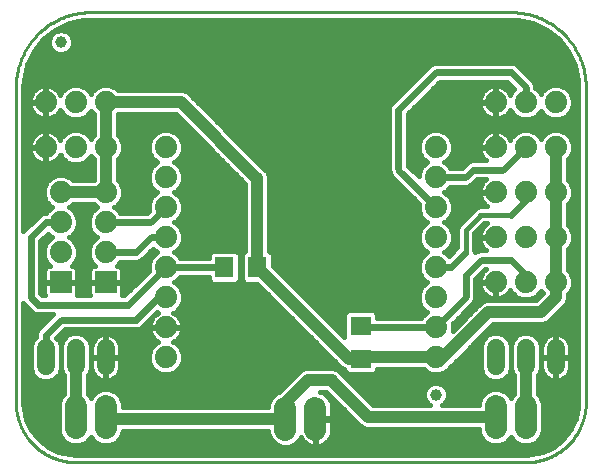
<source format=gtl>
G75*
%MOIN*%
%OFA0B0*%
%FSLAX25Y25*%
%IPPOS*%
%LPD*%
%AMOC8*
5,1,8,0,0,1.08239X$1,22.5*
%
%ADD10C,0.01000*%
%ADD11C,0.07400*%
%ADD12R,0.07400X0.07400*%
%ADD13R,0.06299X0.07087*%
%ADD14C,0.07400*%
%ADD15C,0.06000*%
%ADD16R,0.07087X0.06299*%
%ADD17C,0.03937*%
%ADD18C,0.01600*%
%ADD19C,0.03200*%
%ADD20C,0.04000*%
%ADD21C,0.02400*%
D10*
X0021800Y0011250D02*
X0171800Y0011250D01*
X0172283Y0011256D01*
X0172766Y0011273D01*
X0173249Y0011303D01*
X0173730Y0011343D01*
X0174211Y0011396D01*
X0174690Y0011460D01*
X0175167Y0011535D01*
X0175643Y0011623D01*
X0176116Y0011721D01*
X0176586Y0011831D01*
X0177054Y0011952D01*
X0177519Y0012085D01*
X0177980Y0012229D01*
X0178438Y0012384D01*
X0178892Y0012550D01*
X0179342Y0012727D01*
X0179787Y0012914D01*
X0180228Y0013113D01*
X0180664Y0013321D01*
X0181094Y0013541D01*
X0181520Y0013771D01*
X0181939Y0014011D01*
X0182353Y0014261D01*
X0182760Y0014521D01*
X0183161Y0014790D01*
X0183556Y0015070D01*
X0183943Y0015358D01*
X0184324Y0015657D01*
X0184697Y0015964D01*
X0185062Y0016280D01*
X0185420Y0016605D01*
X0185770Y0016938D01*
X0186112Y0017280D01*
X0186445Y0017630D01*
X0186770Y0017988D01*
X0187086Y0018353D01*
X0187393Y0018726D01*
X0187692Y0019107D01*
X0187980Y0019494D01*
X0188260Y0019889D01*
X0188529Y0020290D01*
X0188789Y0020697D01*
X0189039Y0021111D01*
X0189279Y0021530D01*
X0189509Y0021956D01*
X0189729Y0022386D01*
X0189937Y0022822D01*
X0190136Y0023263D01*
X0190323Y0023708D01*
X0190500Y0024158D01*
X0190666Y0024612D01*
X0190821Y0025070D01*
X0190965Y0025531D01*
X0191098Y0025996D01*
X0191219Y0026464D01*
X0191329Y0026934D01*
X0191427Y0027407D01*
X0191515Y0027883D01*
X0191590Y0028360D01*
X0191654Y0028839D01*
X0191707Y0029320D01*
X0191747Y0029801D01*
X0191777Y0030284D01*
X0191794Y0030767D01*
X0191800Y0031250D01*
X0191800Y0136250D01*
X0191793Y0136854D01*
X0191771Y0137458D01*
X0191734Y0138061D01*
X0191683Y0138663D01*
X0191618Y0139263D01*
X0191538Y0139862D01*
X0191443Y0140459D01*
X0191334Y0141053D01*
X0191211Y0141645D01*
X0191074Y0142233D01*
X0190922Y0142818D01*
X0190756Y0143399D01*
X0190576Y0143975D01*
X0190383Y0144548D01*
X0190175Y0145115D01*
X0189954Y0145677D01*
X0189720Y0146234D01*
X0189472Y0146785D01*
X0189211Y0147330D01*
X0188936Y0147868D01*
X0188649Y0148400D01*
X0188349Y0148924D01*
X0188037Y0149441D01*
X0187712Y0149950D01*
X0187375Y0150452D01*
X0187025Y0150945D01*
X0186664Y0151429D01*
X0186292Y0151905D01*
X0185908Y0152371D01*
X0185513Y0152828D01*
X0185107Y0153275D01*
X0184690Y0153713D01*
X0184263Y0154140D01*
X0183825Y0154557D01*
X0183378Y0154963D01*
X0182921Y0155358D01*
X0182455Y0155742D01*
X0181979Y0156114D01*
X0181495Y0156475D01*
X0181002Y0156825D01*
X0180500Y0157162D01*
X0179991Y0157487D01*
X0179474Y0157799D01*
X0178950Y0158099D01*
X0178418Y0158386D01*
X0177880Y0158661D01*
X0177335Y0158922D01*
X0176784Y0159170D01*
X0176227Y0159404D01*
X0175665Y0159625D01*
X0175098Y0159833D01*
X0174525Y0160026D01*
X0173949Y0160206D01*
X0173368Y0160372D01*
X0172783Y0160524D01*
X0172195Y0160661D01*
X0171603Y0160784D01*
X0171009Y0160893D01*
X0170412Y0160988D01*
X0169813Y0161068D01*
X0169213Y0161133D01*
X0168611Y0161184D01*
X0168008Y0161221D01*
X0167404Y0161243D01*
X0166800Y0161250D01*
X0026800Y0161250D01*
X0026196Y0161243D01*
X0025592Y0161221D01*
X0024989Y0161184D01*
X0024387Y0161133D01*
X0023787Y0161068D01*
X0023188Y0160988D01*
X0022591Y0160893D01*
X0021997Y0160784D01*
X0021405Y0160661D01*
X0020817Y0160524D01*
X0020232Y0160372D01*
X0019651Y0160206D01*
X0019075Y0160026D01*
X0018502Y0159833D01*
X0017935Y0159625D01*
X0017373Y0159404D01*
X0016816Y0159170D01*
X0016265Y0158922D01*
X0015720Y0158661D01*
X0015182Y0158386D01*
X0014650Y0158099D01*
X0014126Y0157799D01*
X0013609Y0157487D01*
X0013100Y0157162D01*
X0012598Y0156825D01*
X0012105Y0156475D01*
X0011621Y0156114D01*
X0011145Y0155742D01*
X0010679Y0155358D01*
X0010222Y0154963D01*
X0009775Y0154557D01*
X0009337Y0154140D01*
X0008910Y0153713D01*
X0008493Y0153275D01*
X0008087Y0152828D01*
X0007692Y0152371D01*
X0007308Y0151905D01*
X0006936Y0151429D01*
X0006575Y0150945D01*
X0006225Y0150452D01*
X0005888Y0149950D01*
X0005563Y0149441D01*
X0005251Y0148924D01*
X0004951Y0148400D01*
X0004664Y0147868D01*
X0004389Y0147330D01*
X0004128Y0146785D01*
X0003880Y0146234D01*
X0003646Y0145677D01*
X0003425Y0145115D01*
X0003217Y0144548D01*
X0003024Y0143975D01*
X0002844Y0143399D01*
X0002678Y0142818D01*
X0002526Y0142233D01*
X0002389Y0141645D01*
X0002266Y0141053D01*
X0002157Y0140459D01*
X0002062Y0139862D01*
X0001982Y0139263D01*
X0001917Y0138663D01*
X0001866Y0138061D01*
X0001829Y0137458D01*
X0001807Y0136854D01*
X0001800Y0136250D01*
X0001800Y0031250D01*
X0001806Y0030767D01*
X0001823Y0030284D01*
X0001853Y0029801D01*
X0001893Y0029320D01*
X0001946Y0028839D01*
X0002010Y0028360D01*
X0002085Y0027883D01*
X0002173Y0027407D01*
X0002271Y0026934D01*
X0002381Y0026464D01*
X0002502Y0025996D01*
X0002635Y0025531D01*
X0002779Y0025070D01*
X0002934Y0024612D01*
X0003100Y0024158D01*
X0003277Y0023708D01*
X0003464Y0023263D01*
X0003663Y0022822D01*
X0003871Y0022386D01*
X0004091Y0021956D01*
X0004321Y0021530D01*
X0004561Y0021111D01*
X0004811Y0020697D01*
X0005071Y0020290D01*
X0005340Y0019889D01*
X0005620Y0019494D01*
X0005908Y0019107D01*
X0006207Y0018726D01*
X0006514Y0018353D01*
X0006830Y0017988D01*
X0007155Y0017630D01*
X0007488Y0017280D01*
X0007830Y0016938D01*
X0008180Y0016605D01*
X0008538Y0016280D01*
X0008903Y0015964D01*
X0009276Y0015657D01*
X0009657Y0015358D01*
X0010044Y0015070D01*
X0010439Y0014790D01*
X0010840Y0014521D01*
X0011247Y0014261D01*
X0011661Y0014011D01*
X0012080Y0013771D01*
X0012506Y0013541D01*
X0012936Y0013321D01*
X0013372Y0013113D01*
X0013813Y0012914D01*
X0014258Y0012727D01*
X0014708Y0012550D01*
X0015162Y0012384D01*
X0015620Y0012229D01*
X0016081Y0012085D01*
X0016546Y0011952D01*
X0017014Y0011831D01*
X0017484Y0011721D01*
X0017957Y0011623D01*
X0018433Y0011535D01*
X0018910Y0011460D01*
X0019389Y0011396D01*
X0019870Y0011343D01*
X0020351Y0011303D01*
X0020834Y0011273D01*
X0021317Y0011256D01*
X0021800Y0011250D01*
D11*
X0051800Y0046250D03*
X0051800Y0056250D03*
X0051800Y0066250D03*
X0051800Y0076250D03*
X0051800Y0086250D03*
X0051800Y0096250D03*
X0051800Y0106250D03*
X0051800Y0116250D03*
X0031800Y0116250D03*
X0021800Y0116250D03*
X0011800Y0116250D03*
X0011800Y0131250D03*
X0021800Y0131250D03*
X0031800Y0131250D03*
X0031800Y0101250D03*
X0031800Y0091250D03*
X0031800Y0081250D03*
X0016800Y0081250D03*
X0016800Y0091250D03*
X0016800Y0101250D03*
X0141800Y0096250D03*
X0141800Y0106250D03*
X0141800Y0116250D03*
X0161800Y0116250D03*
X0171800Y0116250D03*
X0181800Y0116250D03*
X0181800Y0101250D03*
X0171800Y0101250D03*
X0161800Y0101250D03*
X0161800Y0086250D03*
X0171800Y0086250D03*
X0181800Y0086250D03*
X0181800Y0071250D03*
X0171800Y0071250D03*
X0161800Y0071250D03*
X0141800Y0066250D03*
X0141800Y0056250D03*
X0141800Y0046250D03*
X0141800Y0076250D03*
X0141800Y0086250D03*
X0161800Y0131250D03*
X0171800Y0131250D03*
X0181800Y0131250D03*
D12*
X0031800Y0071250D03*
X0016800Y0071250D03*
D13*
X0071288Y0076250D03*
X0082312Y0076250D03*
D14*
X0091682Y0029438D02*
X0091682Y0022038D01*
X0101682Y0022038D02*
X0101682Y0029438D01*
X0161800Y0029950D02*
X0161800Y0022550D01*
X0171800Y0022550D02*
X0171800Y0029950D01*
X0031800Y0029950D02*
X0031800Y0022550D01*
X0021800Y0022550D02*
X0021800Y0029950D01*
D15*
X0021800Y0043250D02*
X0021800Y0049250D01*
X0011800Y0049250D02*
X0011800Y0043250D01*
X0031800Y0043250D02*
X0031800Y0049250D01*
X0161800Y0049250D02*
X0161800Y0043250D01*
X0171800Y0043250D02*
X0171800Y0049250D01*
X0181800Y0049250D02*
X0181800Y0043250D01*
D16*
X0116800Y0045738D03*
X0116800Y0056762D03*
D17*
X0141800Y0033750D03*
X0016800Y0151250D03*
D18*
X0017269Y0014447D02*
X0176331Y0014447D01*
X0177580Y0014732D02*
X0173759Y0013860D01*
X0171800Y0013750D01*
X0021800Y0013750D01*
X0019841Y0013860D01*
X0016020Y0014732D01*
X0012489Y0016432D01*
X0009426Y0018876D01*
X0006982Y0021939D01*
X0005282Y0025470D01*
X0004410Y0029291D01*
X0004300Y0031250D01*
X0004300Y0064225D01*
X0004987Y0063537D01*
X0007487Y0061037D01*
X0008663Y0060550D01*
X0014075Y0060550D01*
X0009987Y0056463D01*
X0009087Y0055563D01*
X0008600Y0054387D01*
X0008600Y0053121D01*
X0007561Y0052082D01*
X0006800Y0050245D01*
X0006800Y0042255D01*
X0007561Y0040418D01*
X0008968Y0039011D01*
X0010805Y0038250D01*
X0012795Y0038250D01*
X0014632Y0039011D01*
X0016039Y0040418D01*
X0016800Y0042255D01*
X0017561Y0040418D01*
X0017800Y0040179D01*
X0017800Y0034011D01*
X0016968Y0033179D01*
X0016100Y0031084D01*
X0016100Y0021416D01*
X0016968Y0019321D01*
X0018571Y0017718D01*
X0020666Y0016850D01*
X0022934Y0016850D01*
X0025029Y0017718D01*
X0026632Y0019321D01*
X0026800Y0019726D01*
X0026968Y0019321D01*
X0028571Y0017718D01*
X0030666Y0016850D01*
X0032934Y0016850D01*
X0035029Y0017718D01*
X0036632Y0019321D01*
X0037500Y0021416D01*
X0037500Y0021738D01*
X0085982Y0021738D01*
X0085982Y0020904D01*
X0086850Y0018809D01*
X0088453Y0017206D01*
X0090548Y0016338D01*
X0092816Y0016338D01*
X0094911Y0017206D01*
X0096514Y0018809D01*
X0096801Y0019502D01*
X0096978Y0019156D01*
X0097487Y0018455D01*
X0098099Y0017843D01*
X0098799Y0017334D01*
X0099571Y0016941D01*
X0100394Y0016674D01*
X0101249Y0016538D01*
X0101382Y0016538D01*
X0101382Y0025438D01*
X0101982Y0025438D01*
X0101982Y0016538D01*
X0102115Y0016538D01*
X0102970Y0016674D01*
X0103793Y0016941D01*
X0104565Y0017334D01*
X0105265Y0017843D01*
X0105877Y0018455D01*
X0106386Y0019156D01*
X0106779Y0019927D01*
X0107046Y0020750D01*
X0107182Y0021605D01*
X0107182Y0025438D01*
X0101982Y0025438D01*
X0101982Y0026038D01*
X0107182Y0026038D01*
X0107182Y0029871D01*
X0107046Y0030726D01*
X0106779Y0031549D01*
X0106386Y0032321D01*
X0105877Y0033021D01*
X0105265Y0033633D01*
X0104565Y0034142D01*
X0103793Y0034535D01*
X0103132Y0034750D01*
X0105143Y0034750D01*
X0115909Y0023984D01*
X0117034Y0022859D01*
X0118504Y0022250D01*
X0156100Y0022250D01*
X0156100Y0021416D01*
X0156968Y0019321D01*
X0158571Y0017718D01*
X0160666Y0016850D01*
X0162934Y0016850D01*
X0165029Y0017718D01*
X0166632Y0019321D01*
X0166800Y0019726D01*
X0166968Y0019321D01*
X0168571Y0017718D01*
X0170666Y0016850D01*
X0172934Y0016850D01*
X0175029Y0017718D01*
X0176632Y0019321D01*
X0177500Y0021416D01*
X0177500Y0031084D01*
X0176632Y0033179D01*
X0175800Y0034011D01*
X0175800Y0040179D01*
X0176039Y0040418D01*
X0176800Y0042255D01*
X0176800Y0050245D01*
X0176039Y0052082D01*
X0174632Y0053489D01*
X0172795Y0054250D01*
X0170805Y0054250D01*
X0168968Y0053489D01*
X0167561Y0052082D01*
X0166800Y0050245D01*
X0166800Y0042255D01*
X0167561Y0040418D01*
X0167800Y0040179D01*
X0167800Y0034011D01*
X0166968Y0033179D01*
X0166800Y0032774D01*
X0166632Y0033179D01*
X0165029Y0034782D01*
X0162934Y0035650D01*
X0160666Y0035650D01*
X0158571Y0034782D01*
X0156968Y0033179D01*
X0156100Y0031084D01*
X0156100Y0030250D01*
X0143720Y0030250D01*
X0144048Y0030386D01*
X0145164Y0031502D01*
X0145768Y0032961D01*
X0145768Y0034539D01*
X0145164Y0035998D01*
X0144048Y0037114D01*
X0142589Y0037718D01*
X0141011Y0037718D01*
X0139552Y0037114D01*
X0138436Y0035998D01*
X0137831Y0034539D01*
X0137831Y0032961D01*
X0138436Y0031502D01*
X0139552Y0030386D01*
X0139880Y0030250D01*
X0120957Y0030250D01*
X0110484Y0040723D01*
X0110003Y0041204D01*
X0109359Y0041848D01*
X0109359Y0041848D01*
X0109218Y0041989D01*
X0107380Y0042750D01*
X0098504Y0042750D01*
X0097034Y0042141D01*
X0095909Y0041016D01*
X0089709Y0034816D01*
X0089709Y0034816D01*
X0089666Y0034773D01*
X0088453Y0034270D01*
X0086850Y0032667D01*
X0085982Y0030572D01*
X0085982Y0029738D01*
X0037500Y0029738D01*
X0037500Y0031084D01*
X0036632Y0033179D01*
X0035029Y0034782D01*
X0032934Y0035650D01*
X0030666Y0035650D01*
X0028571Y0034782D01*
X0026968Y0033179D01*
X0026800Y0032774D01*
X0026632Y0033179D01*
X0025800Y0034011D01*
X0025800Y0040179D01*
X0026039Y0040418D01*
X0026800Y0042255D01*
X0026800Y0050245D01*
X0026039Y0052082D01*
X0024632Y0053489D01*
X0022795Y0054250D01*
X0020805Y0054250D01*
X0018968Y0053489D01*
X0017561Y0052082D01*
X0016800Y0050245D01*
X0016800Y0042255D01*
X0016800Y0050245D01*
X0016039Y0052082D01*
X0015348Y0052773D01*
X0018125Y0055550D01*
X0042437Y0055550D01*
X0043613Y0056037D01*
X0048870Y0061294D01*
X0049264Y0061131D01*
X0048917Y0060954D01*
X0048217Y0060445D01*
X0047605Y0059833D01*
X0047096Y0059133D01*
X0046703Y0058361D01*
X0046435Y0057538D01*
X0046300Y0056683D01*
X0046300Y0056450D01*
X0051600Y0056450D01*
X0051600Y0056050D01*
X0046300Y0056050D01*
X0046300Y0055817D01*
X0046435Y0054962D01*
X0046703Y0054139D01*
X0047096Y0053367D01*
X0047605Y0052667D01*
X0048217Y0052055D01*
X0048917Y0051546D01*
X0049264Y0051369D01*
X0048571Y0051082D01*
X0046968Y0049479D01*
X0046100Y0047384D01*
X0046100Y0045116D01*
X0046968Y0043021D01*
X0048571Y0041418D01*
X0050666Y0040550D01*
X0052934Y0040550D01*
X0055029Y0041418D01*
X0056632Y0043021D01*
X0057500Y0045116D01*
X0057500Y0047384D01*
X0056632Y0049479D01*
X0055029Y0051082D01*
X0054336Y0051369D01*
X0054683Y0051546D01*
X0055383Y0052055D01*
X0055995Y0052667D01*
X0056504Y0053367D01*
X0056897Y0054139D01*
X0057165Y0054962D01*
X0057300Y0055817D01*
X0057300Y0056050D01*
X0052000Y0056050D01*
X0052000Y0056450D01*
X0057300Y0056450D01*
X0057300Y0056683D01*
X0057165Y0057538D01*
X0056897Y0058361D01*
X0056504Y0059133D01*
X0055995Y0059833D01*
X0055383Y0060445D01*
X0054683Y0060954D01*
X0054336Y0061131D01*
X0055029Y0061418D01*
X0056632Y0063021D01*
X0057500Y0065116D01*
X0057500Y0067384D01*
X0056632Y0069479D01*
X0055029Y0071082D01*
X0054624Y0071250D01*
X0055029Y0071418D01*
X0056632Y0073021D01*
X0056644Y0073050D01*
X0066139Y0073050D01*
X0066139Y0071878D01*
X0067310Y0070707D01*
X0075266Y0070707D01*
X0076438Y0071878D01*
X0076438Y0080622D01*
X0075266Y0081793D01*
X0067310Y0081793D01*
X0066139Y0080622D01*
X0066139Y0079450D01*
X0056644Y0079450D01*
X0056632Y0079479D01*
X0055029Y0081082D01*
X0054624Y0081250D01*
X0055029Y0081418D01*
X0056632Y0083021D01*
X0057500Y0085116D01*
X0057500Y0087384D01*
X0056632Y0089479D01*
X0055029Y0091082D01*
X0054624Y0091250D01*
X0055029Y0091418D01*
X0056632Y0093021D01*
X0057500Y0095116D01*
X0057500Y0097384D01*
X0056632Y0099479D01*
X0055029Y0101082D01*
X0054624Y0101250D01*
X0055029Y0101418D01*
X0056632Y0103021D01*
X0057500Y0105116D01*
X0057500Y0107384D01*
X0056632Y0109479D01*
X0055029Y0111082D01*
X0054624Y0111250D01*
X0055029Y0111418D01*
X0056632Y0113021D01*
X0057500Y0115116D01*
X0057500Y0117384D01*
X0056632Y0119479D01*
X0055029Y0121082D01*
X0052934Y0121950D01*
X0050666Y0121950D01*
X0048571Y0121082D01*
X0046968Y0119479D01*
X0046100Y0117384D01*
X0046100Y0115116D01*
X0046968Y0113021D01*
X0048571Y0111418D01*
X0048976Y0111250D01*
X0048571Y0111082D01*
X0046968Y0109479D01*
X0046100Y0107384D01*
X0046100Y0105116D01*
X0046968Y0103021D01*
X0048571Y0101418D01*
X0048976Y0101250D01*
X0048571Y0101082D01*
X0046968Y0099479D01*
X0046100Y0097384D01*
X0046100Y0095116D01*
X0046112Y0095087D01*
X0045475Y0094450D01*
X0036644Y0094450D01*
X0036632Y0094479D01*
X0035029Y0096082D01*
X0034624Y0096250D01*
X0035029Y0096418D01*
X0036632Y0098021D01*
X0037500Y0100116D01*
X0037500Y0102384D01*
X0036632Y0104479D01*
X0035800Y0105311D01*
X0035800Y0112189D01*
X0036632Y0113021D01*
X0037500Y0115116D01*
X0037500Y0117384D01*
X0036632Y0119479D01*
X0035800Y0120311D01*
X0035800Y0127189D01*
X0035861Y0127250D01*
X0055143Y0127250D01*
X0078312Y0104081D01*
X0078312Y0081771D01*
X0077162Y0080622D01*
X0077162Y0071878D01*
X0078334Y0070707D01*
X0082198Y0070707D01*
X0109140Y0043765D01*
X0109650Y0043255D01*
X0110265Y0042640D01*
X0110406Y0042499D01*
X0111257Y0042147D01*
X0111257Y0041760D01*
X0112428Y0040589D01*
X0121172Y0040589D01*
X0122343Y0041760D01*
X0122343Y0042250D01*
X0137739Y0042250D01*
X0138571Y0041418D01*
X0140666Y0040550D01*
X0142934Y0040550D01*
X0145029Y0041418D01*
X0146402Y0042791D01*
X0146566Y0042859D01*
X0147691Y0043984D01*
X0160957Y0057250D01*
X0177596Y0057250D01*
X0179066Y0057859D01*
X0180191Y0058984D01*
X0183773Y0062566D01*
X0184259Y0063052D01*
X0184898Y0063691D01*
X0184898Y0063691D01*
X0185039Y0063832D01*
X0185800Y0065670D01*
X0185800Y0067189D01*
X0186632Y0068021D01*
X0187500Y0070116D01*
X0187500Y0072384D01*
X0186632Y0074479D01*
X0185800Y0075311D01*
X0185800Y0082189D01*
X0186632Y0083021D01*
X0187500Y0085116D01*
X0187500Y0087384D01*
X0186632Y0089479D01*
X0185800Y0090311D01*
X0185800Y0097189D01*
X0186632Y0098021D01*
X0187500Y0100116D01*
X0187500Y0102384D01*
X0186632Y0104479D01*
X0185800Y0105311D01*
X0185800Y0112189D01*
X0186632Y0113021D01*
X0187500Y0115116D01*
X0187500Y0117384D01*
X0186632Y0119479D01*
X0185029Y0121082D01*
X0182934Y0121950D01*
X0180666Y0121950D01*
X0178571Y0121082D01*
X0176968Y0119479D01*
X0176800Y0119074D01*
X0176632Y0119479D01*
X0175029Y0121082D01*
X0172934Y0121950D01*
X0170666Y0121950D01*
X0168571Y0121082D01*
X0166968Y0119479D01*
X0166681Y0118786D01*
X0166504Y0119133D01*
X0165995Y0119833D01*
X0165383Y0120445D01*
X0164683Y0120954D01*
X0163911Y0121347D01*
X0163088Y0121615D01*
X0162233Y0121750D01*
X0162000Y0121750D01*
X0162000Y0116450D01*
X0161600Y0116450D01*
X0161600Y0121750D01*
X0161367Y0121750D01*
X0160512Y0121615D01*
X0159689Y0121347D01*
X0158917Y0120954D01*
X0158217Y0120445D01*
X0157605Y0119833D01*
X0157096Y0119133D01*
X0156703Y0118361D01*
X0156435Y0117538D01*
X0156300Y0116683D01*
X0156300Y0116450D01*
X0161600Y0116450D01*
X0161600Y0116050D01*
X0156300Y0116050D01*
X0156300Y0115817D01*
X0156435Y0114962D01*
X0156703Y0114139D01*
X0157096Y0113367D01*
X0157605Y0112667D01*
X0158217Y0112055D01*
X0158361Y0111950D01*
X0153663Y0111950D01*
X0152487Y0111463D01*
X0151587Y0110563D01*
X0150475Y0109450D01*
X0146644Y0109450D01*
X0146632Y0109479D01*
X0145029Y0111082D01*
X0144624Y0111250D01*
X0145029Y0111418D01*
X0146632Y0113021D01*
X0147500Y0115116D01*
X0147500Y0117384D01*
X0146632Y0119479D01*
X0145029Y0121082D01*
X0142934Y0121950D01*
X0140666Y0121950D01*
X0138571Y0121082D01*
X0136968Y0119479D01*
X0136100Y0117384D01*
X0136100Y0115116D01*
X0136968Y0113021D01*
X0138571Y0111418D01*
X0138976Y0111250D01*
X0138571Y0111082D01*
X0136968Y0109479D01*
X0136100Y0107384D01*
X0136100Y0106475D01*
X0132500Y0110075D01*
X0132500Y0127425D01*
X0143125Y0138050D01*
X0165475Y0138050D01*
X0168007Y0135518D01*
X0166968Y0134479D01*
X0166681Y0133786D01*
X0166504Y0134133D01*
X0165995Y0134833D01*
X0165383Y0135445D01*
X0164683Y0135954D01*
X0163911Y0136347D01*
X0163088Y0136615D01*
X0162233Y0136750D01*
X0162000Y0136750D01*
X0162000Y0131450D01*
X0161600Y0131450D01*
X0161600Y0136750D01*
X0161367Y0136750D01*
X0160512Y0136615D01*
X0159689Y0136347D01*
X0158917Y0135954D01*
X0158217Y0135445D01*
X0157605Y0134833D01*
X0157096Y0134133D01*
X0156703Y0133361D01*
X0156435Y0132538D01*
X0156300Y0131683D01*
X0156300Y0131450D01*
X0161600Y0131450D01*
X0161600Y0131050D01*
X0162000Y0131050D01*
X0162000Y0125750D01*
X0162233Y0125750D01*
X0163088Y0125885D01*
X0163911Y0126153D01*
X0164683Y0126546D01*
X0165383Y0127055D01*
X0165995Y0127667D01*
X0166504Y0128367D01*
X0166681Y0128714D01*
X0166968Y0128021D01*
X0168571Y0126418D01*
X0170666Y0125550D01*
X0172934Y0125550D01*
X0175029Y0126418D01*
X0176632Y0128021D01*
X0176800Y0128426D01*
X0176968Y0128021D01*
X0178571Y0126418D01*
X0180666Y0125550D01*
X0182934Y0125550D01*
X0185029Y0126418D01*
X0186632Y0128021D01*
X0187500Y0130116D01*
X0187500Y0132384D01*
X0186632Y0134479D01*
X0185029Y0136082D01*
X0182934Y0136950D01*
X0180666Y0136950D01*
X0178571Y0136082D01*
X0176968Y0134479D01*
X0176800Y0134074D01*
X0176632Y0134479D01*
X0175029Y0136082D01*
X0175000Y0136094D01*
X0175000Y0136472D01*
X0174707Y0137179D01*
X0174707Y0137179D01*
X0174220Y0138356D01*
X0169513Y0143063D01*
X0168613Y0143963D01*
X0167437Y0144450D01*
X0141578Y0144450D01*
X0140402Y0143963D01*
X0140402Y0143963D01*
X0139694Y0143670D01*
X0127487Y0131463D01*
X0126587Y0130563D01*
X0126100Y0129387D01*
X0126100Y0108528D01*
X0126393Y0107821D01*
X0126393Y0107821D01*
X0126880Y0106644D01*
X0136112Y0097413D01*
X0136100Y0097384D01*
X0136100Y0095116D01*
X0136968Y0093021D01*
X0138571Y0091418D01*
X0138976Y0091250D01*
X0138571Y0091082D01*
X0136968Y0089479D01*
X0136100Y0087384D01*
X0136100Y0085116D01*
X0136968Y0083021D01*
X0138571Y0081418D01*
X0138976Y0081250D01*
X0138571Y0081082D01*
X0136968Y0079479D01*
X0136100Y0077384D01*
X0136100Y0075116D01*
X0136968Y0073021D01*
X0138571Y0071418D01*
X0138976Y0071250D01*
X0138571Y0071082D01*
X0136968Y0069479D01*
X0136100Y0067384D01*
X0136100Y0065116D01*
X0136968Y0063021D01*
X0138571Y0061418D01*
X0138976Y0061250D01*
X0138571Y0061082D01*
X0136968Y0059479D01*
X0136956Y0059450D01*
X0122343Y0059450D01*
X0122343Y0060740D01*
X0121172Y0061911D01*
X0112428Y0061911D01*
X0111257Y0060740D01*
X0111257Y0052962D01*
X0087461Y0076757D01*
X0087461Y0080622D01*
X0086312Y0081771D01*
X0086312Y0106319D01*
X0085551Y0108156D01*
X0085410Y0108297D01*
X0084808Y0108899D01*
X0084285Y0109422D01*
X0084285Y0109422D01*
X0060191Y0133516D01*
X0059066Y0134641D01*
X0057596Y0135250D01*
X0035861Y0135250D01*
X0035029Y0136082D01*
X0032934Y0136950D01*
X0030666Y0136950D01*
X0028571Y0136082D01*
X0026968Y0134479D01*
X0026800Y0134074D01*
X0026632Y0134479D01*
X0025029Y0136082D01*
X0022934Y0136950D01*
X0020666Y0136950D01*
X0018571Y0136082D01*
X0016968Y0134479D01*
X0016681Y0133786D01*
X0016504Y0134133D01*
X0015995Y0134833D01*
X0015383Y0135445D01*
X0014683Y0135954D01*
X0013911Y0136347D01*
X0013088Y0136615D01*
X0012233Y0136750D01*
X0012000Y0136750D01*
X0012000Y0131450D01*
X0011600Y0131450D01*
X0011600Y0136750D01*
X0011367Y0136750D01*
X0010512Y0136615D01*
X0009689Y0136347D01*
X0008917Y0135954D01*
X0008217Y0135445D01*
X0007605Y0134833D01*
X0007096Y0134133D01*
X0006703Y0133361D01*
X0006435Y0132538D01*
X0006300Y0131683D01*
X0006300Y0131450D01*
X0011600Y0131450D01*
X0011600Y0131050D01*
X0012000Y0131050D01*
X0012000Y0125750D01*
X0012233Y0125750D01*
X0013088Y0125885D01*
X0013911Y0126153D01*
X0014683Y0126546D01*
X0015383Y0127055D01*
X0015995Y0127667D01*
X0016504Y0128367D01*
X0016681Y0128714D01*
X0016968Y0128021D01*
X0018571Y0126418D01*
X0020666Y0125550D01*
X0022934Y0125550D01*
X0025029Y0126418D01*
X0026632Y0128021D01*
X0026800Y0128426D01*
X0026968Y0128021D01*
X0027800Y0127189D01*
X0027800Y0120311D01*
X0026968Y0119479D01*
X0026800Y0119074D01*
X0026632Y0119479D01*
X0025029Y0121082D01*
X0022934Y0121950D01*
X0020666Y0121950D01*
X0018571Y0121082D01*
X0016968Y0119479D01*
X0016681Y0118786D01*
X0016504Y0119133D01*
X0015995Y0119833D01*
X0015383Y0120445D01*
X0014683Y0120954D01*
X0013911Y0121347D01*
X0013088Y0121615D01*
X0012233Y0121750D01*
X0012000Y0121750D01*
X0012000Y0116450D01*
X0011600Y0116450D01*
X0011600Y0121750D01*
X0011367Y0121750D01*
X0010512Y0121615D01*
X0009689Y0121347D01*
X0008917Y0120954D01*
X0008217Y0120445D01*
X0007605Y0119833D01*
X0007096Y0119133D01*
X0006703Y0118361D01*
X0006435Y0117538D01*
X0006300Y0116683D01*
X0006300Y0116450D01*
X0011600Y0116450D01*
X0011600Y0116050D01*
X0012000Y0116050D01*
X0012000Y0110750D01*
X0012233Y0110750D01*
X0013088Y0110885D01*
X0013911Y0111153D01*
X0014683Y0111546D01*
X0015383Y0112055D01*
X0015995Y0112667D01*
X0016504Y0113367D01*
X0016681Y0113714D01*
X0016968Y0113021D01*
X0018571Y0111418D01*
X0020666Y0110550D01*
X0022934Y0110550D01*
X0025029Y0111418D01*
X0026632Y0113021D01*
X0026800Y0113426D01*
X0026968Y0113021D01*
X0027800Y0112189D01*
X0027800Y0105311D01*
X0027739Y0105250D01*
X0020861Y0105250D01*
X0020029Y0106082D01*
X0017934Y0106950D01*
X0015666Y0106950D01*
X0013571Y0106082D01*
X0011968Y0104479D01*
X0011100Y0102384D01*
X0011100Y0100116D01*
X0011968Y0098021D01*
X0013571Y0096418D01*
X0013976Y0096250D01*
X0013571Y0096082D01*
X0011968Y0094479D01*
X0011956Y0094450D01*
X0011163Y0094450D01*
X0009987Y0093963D01*
X0009087Y0093063D01*
X0004300Y0088275D01*
X0004300Y0136250D01*
X0004441Y0138769D01*
X0005563Y0143681D01*
X0007749Y0148221D01*
X0010890Y0152160D01*
X0014829Y0155301D01*
X0019369Y0157487D01*
X0024281Y0158609D01*
X0026800Y0158750D01*
X0166800Y0158750D01*
X0169319Y0158609D01*
X0174231Y0157487D01*
X0178771Y0155301D01*
X0182710Y0152160D01*
X0185851Y0148221D01*
X0188037Y0143681D01*
X0189159Y0138769D01*
X0189300Y0136250D01*
X0189300Y0031250D01*
X0189190Y0029291D01*
X0188318Y0025470D01*
X0186618Y0021939D01*
X0184174Y0018876D01*
X0181111Y0016432D01*
X0177580Y0014732D01*
X0174851Y0017644D02*
X0182630Y0017644D01*
X0184467Y0019243D02*
X0176554Y0019243D01*
X0177262Y0020841D02*
X0185742Y0020841D01*
X0186859Y0022440D02*
X0177500Y0022440D01*
X0177500Y0024038D02*
X0187628Y0024038D01*
X0188356Y0025637D02*
X0177500Y0025637D01*
X0177500Y0027235D02*
X0188721Y0027235D01*
X0189086Y0028834D02*
X0177500Y0028834D01*
X0177500Y0030432D02*
X0189254Y0030432D01*
X0189300Y0032031D02*
X0177108Y0032031D01*
X0176182Y0033629D02*
X0189300Y0033629D01*
X0189300Y0035228D02*
X0175800Y0035228D01*
X0175800Y0036826D02*
X0189300Y0036826D01*
X0189300Y0038425D02*
X0175800Y0038425D01*
X0175800Y0040023D02*
X0178239Y0040023D01*
X0178139Y0040123D02*
X0178673Y0039589D01*
X0179284Y0039145D01*
X0179957Y0038802D01*
X0180676Y0038568D01*
X0181422Y0038450D01*
X0181600Y0038450D01*
X0181600Y0046050D01*
X0182000Y0046050D01*
X0182000Y0046450D01*
X0186600Y0046450D01*
X0186600Y0049628D01*
X0186482Y0050374D01*
X0186248Y0051093D01*
X0185905Y0051766D01*
X0185461Y0052377D01*
X0184927Y0052911D01*
X0184316Y0053355D01*
X0183643Y0053698D01*
X0182924Y0053932D01*
X0182178Y0054050D01*
X0182000Y0054050D01*
X0182000Y0046450D01*
X0181600Y0046450D01*
X0181600Y0054050D01*
X0181422Y0054050D01*
X0180676Y0053932D01*
X0179957Y0053698D01*
X0179284Y0053355D01*
X0178673Y0052911D01*
X0178139Y0052377D01*
X0177695Y0051766D01*
X0177352Y0051093D01*
X0177118Y0050374D01*
X0177000Y0049628D01*
X0177000Y0046450D01*
X0181600Y0046450D01*
X0181600Y0046050D01*
X0177000Y0046050D01*
X0177000Y0042872D01*
X0177118Y0042126D01*
X0177352Y0041407D01*
X0177695Y0040734D01*
X0178139Y0040123D01*
X0177282Y0041622D02*
X0176537Y0041622D01*
X0176800Y0043220D02*
X0177000Y0043220D01*
X0177000Y0044819D02*
X0176800Y0044819D01*
X0176800Y0046417D02*
X0181600Y0046417D01*
X0182000Y0046417D02*
X0189300Y0046417D01*
X0189300Y0044819D02*
X0186600Y0044819D01*
X0186600Y0046050D02*
X0186600Y0042872D01*
X0186482Y0042126D01*
X0186248Y0041407D01*
X0185905Y0040734D01*
X0185461Y0040123D01*
X0184927Y0039589D01*
X0184316Y0039145D01*
X0183643Y0038802D01*
X0182924Y0038568D01*
X0182178Y0038450D01*
X0182000Y0038450D01*
X0182000Y0046050D01*
X0186600Y0046050D01*
X0186600Y0048016D02*
X0189300Y0048016D01*
X0189300Y0049614D02*
X0186600Y0049614D01*
X0186187Y0051213D02*
X0189300Y0051213D01*
X0189300Y0052811D02*
X0185027Y0052811D01*
X0182000Y0052811D02*
X0181600Y0052811D01*
X0181600Y0051213D02*
X0182000Y0051213D01*
X0182000Y0049614D02*
X0181600Y0049614D01*
X0181600Y0048016D02*
X0182000Y0048016D01*
X0182000Y0044819D02*
X0181600Y0044819D01*
X0181600Y0043220D02*
X0182000Y0043220D01*
X0182000Y0041622D02*
X0181600Y0041622D01*
X0181600Y0040023D02*
X0182000Y0040023D01*
X0185361Y0040023D02*
X0189300Y0040023D01*
X0189300Y0041622D02*
X0186318Y0041622D01*
X0186600Y0043220D02*
X0189300Y0043220D01*
X0177000Y0048016D02*
X0176800Y0048016D01*
X0176800Y0049614D02*
X0177000Y0049614D01*
X0177413Y0051213D02*
X0176399Y0051213D01*
X0175310Y0052811D02*
X0178573Y0052811D01*
X0178457Y0057607D02*
X0189300Y0057607D01*
X0189300Y0059205D02*
X0180412Y0059205D01*
X0182011Y0060804D02*
X0189300Y0060804D01*
X0189300Y0062402D02*
X0183609Y0062402D01*
X0183773Y0062566D02*
X0183773Y0062566D01*
X0185039Y0063832D02*
X0185039Y0063832D01*
X0185109Y0064001D02*
X0189300Y0064001D01*
X0189300Y0065599D02*
X0185771Y0065599D01*
X0185809Y0067198D02*
X0189300Y0067198D01*
X0189300Y0068796D02*
X0186953Y0068796D01*
X0187500Y0070395D02*
X0189300Y0070395D01*
X0189300Y0071993D02*
X0187500Y0071993D01*
X0187000Y0073592D02*
X0189300Y0073592D01*
X0189300Y0075190D02*
X0185921Y0075190D01*
X0185800Y0076789D02*
X0189300Y0076789D01*
X0189300Y0078387D02*
X0185800Y0078387D01*
X0185800Y0079986D02*
X0189300Y0079986D01*
X0189300Y0081584D02*
X0185800Y0081584D01*
X0186699Y0083183D02*
X0189300Y0083183D01*
X0189300Y0084782D02*
X0187361Y0084782D01*
X0187500Y0086380D02*
X0189300Y0086380D01*
X0189300Y0087979D02*
X0187254Y0087979D01*
X0186534Y0089577D02*
X0189300Y0089577D01*
X0189300Y0091176D02*
X0185800Y0091176D01*
X0185800Y0092774D02*
X0189300Y0092774D01*
X0189300Y0094373D02*
X0185800Y0094373D01*
X0185800Y0095971D02*
X0189300Y0095971D01*
X0189300Y0097570D02*
X0186181Y0097570D01*
X0187107Y0099168D02*
X0189300Y0099168D01*
X0189300Y0100767D02*
X0187500Y0100767D01*
X0187500Y0102365D02*
X0189300Y0102365D01*
X0189300Y0103964D02*
X0186846Y0103964D01*
X0185800Y0105562D02*
X0189300Y0105562D01*
X0189300Y0107161D02*
X0185800Y0107161D01*
X0185800Y0108759D02*
X0189300Y0108759D01*
X0189300Y0110358D02*
X0185800Y0110358D01*
X0185800Y0111956D02*
X0189300Y0111956D01*
X0189300Y0113555D02*
X0186853Y0113555D01*
X0187500Y0115153D02*
X0189300Y0115153D01*
X0189300Y0116752D02*
X0187500Y0116752D01*
X0187100Y0118350D02*
X0189300Y0118350D01*
X0189300Y0119949D02*
X0186162Y0119949D01*
X0183906Y0121547D02*
X0189300Y0121547D01*
X0189300Y0123146D02*
X0132500Y0123146D01*
X0132500Y0124744D02*
X0189300Y0124744D01*
X0189300Y0126343D02*
X0184848Y0126343D01*
X0186552Y0127941D02*
X0189300Y0127941D01*
X0189300Y0129540D02*
X0187261Y0129540D01*
X0187500Y0131138D02*
X0189300Y0131138D01*
X0189300Y0132737D02*
X0187354Y0132737D01*
X0186692Y0134335D02*
X0189300Y0134335D01*
X0189300Y0135934D02*
X0185177Y0135934D01*
X0189228Y0137532D02*
X0174561Y0137532D01*
X0175177Y0135934D02*
X0178423Y0135934D01*
X0176908Y0134335D02*
X0176692Y0134335D01*
X0173445Y0139131D02*
X0189076Y0139131D01*
X0188711Y0140729D02*
X0171846Y0140729D01*
X0170248Y0142328D02*
X0188346Y0142328D01*
X0187919Y0143926D02*
X0168649Y0143926D01*
X0165992Y0137532D02*
X0142608Y0137532D01*
X0141009Y0135934D02*
X0158890Y0135934D01*
X0157243Y0134335D02*
X0139411Y0134335D01*
X0137812Y0132737D02*
X0156500Y0132737D01*
X0156300Y0131050D02*
X0156300Y0130817D01*
X0156435Y0129962D01*
X0156703Y0129139D01*
X0157096Y0128367D01*
X0157605Y0127667D01*
X0158217Y0127055D01*
X0158917Y0126546D01*
X0159689Y0126153D01*
X0160512Y0125885D01*
X0161367Y0125750D01*
X0161600Y0125750D01*
X0161600Y0131050D01*
X0156300Y0131050D01*
X0156573Y0129540D02*
X0134615Y0129540D01*
X0133017Y0127941D02*
X0157406Y0127941D01*
X0159316Y0126343D02*
X0132500Y0126343D01*
X0132500Y0121547D02*
X0139694Y0121547D01*
X0137438Y0119949D02*
X0132500Y0119949D01*
X0132500Y0118350D02*
X0136500Y0118350D01*
X0136100Y0116752D02*
X0132500Y0116752D01*
X0132500Y0115153D02*
X0136100Y0115153D01*
X0136747Y0113555D02*
X0132500Y0113555D01*
X0132500Y0111956D02*
X0138033Y0111956D01*
X0137847Y0110358D02*
X0132500Y0110358D01*
X0133816Y0108759D02*
X0136670Y0108759D01*
X0136100Y0107161D02*
X0135415Y0107161D01*
X0129593Y0108457D02*
X0129551Y0108501D01*
X0129513Y0108547D01*
X0129477Y0108596D01*
X0129444Y0108647D01*
X0129415Y0108699D01*
X0129388Y0108754D01*
X0129365Y0108809D01*
X0129345Y0108866D01*
X0129329Y0108925D01*
X0129316Y0108984D01*
X0129307Y0109043D01*
X0129302Y0109104D01*
X0129300Y0109164D01*
X0126100Y0108759D02*
X0084948Y0108759D01*
X0085410Y0108297D02*
X0085410Y0108297D01*
X0085551Y0108156D02*
X0085551Y0108156D01*
X0085963Y0107161D02*
X0126666Y0107161D01*
X0127962Y0105562D02*
X0086312Y0105562D01*
X0086312Y0103964D02*
X0129561Y0103964D01*
X0131159Y0102365D02*
X0086312Y0102365D01*
X0086312Y0100767D02*
X0132758Y0100767D01*
X0134356Y0099168D02*
X0086312Y0099168D01*
X0086312Y0097570D02*
X0135955Y0097570D01*
X0136100Y0095971D02*
X0086312Y0095971D01*
X0086312Y0094373D02*
X0136408Y0094373D01*
X0137215Y0092774D02*
X0086312Y0092774D01*
X0086312Y0091176D02*
X0138797Y0091176D01*
X0137066Y0089577D02*
X0086312Y0089577D01*
X0086312Y0087979D02*
X0136346Y0087979D01*
X0136100Y0086380D02*
X0086312Y0086380D01*
X0086312Y0084782D02*
X0136239Y0084782D01*
X0136901Y0083183D02*
X0086312Y0083183D01*
X0086499Y0081584D02*
X0138404Y0081584D01*
X0137475Y0079986D02*
X0087461Y0079986D01*
X0087461Y0078387D02*
X0136516Y0078387D01*
X0136100Y0076789D02*
X0087461Y0076789D01*
X0089028Y0075190D02*
X0136100Y0075190D01*
X0136731Y0073592D02*
X0090627Y0073592D01*
X0092225Y0071993D02*
X0137996Y0071993D01*
X0137884Y0070395D02*
X0093824Y0070395D01*
X0095422Y0068796D02*
X0136685Y0068796D01*
X0136100Y0067198D02*
X0097021Y0067198D01*
X0098619Y0065599D02*
X0136100Y0065599D01*
X0136562Y0064001D02*
X0100218Y0064001D01*
X0101816Y0062402D02*
X0137587Y0062402D01*
X0138293Y0060804D02*
X0122279Y0060804D01*
X0117726Y0056250D02*
X0117666Y0056252D01*
X0117605Y0056257D01*
X0117546Y0056266D01*
X0117487Y0056279D01*
X0117428Y0056295D01*
X0117371Y0056315D01*
X0117316Y0056338D01*
X0117261Y0056365D01*
X0117209Y0056394D01*
X0117158Y0056427D01*
X0117109Y0056463D01*
X0117063Y0056501D01*
X0117019Y0056543D01*
X0116800Y0056762D01*
X0111257Y0056008D02*
X0108210Y0056008D01*
X0106612Y0057607D02*
X0111257Y0057607D01*
X0111257Y0059205D02*
X0105013Y0059205D01*
X0103415Y0060804D02*
X0111321Y0060804D01*
X0111257Y0054410D02*
X0109809Y0054410D01*
X0103291Y0049614D02*
X0056497Y0049614D01*
X0057238Y0048016D02*
X0104889Y0048016D01*
X0106488Y0046417D02*
X0057500Y0046417D01*
X0057377Y0044819D02*
X0108086Y0044819D01*
X0109140Y0043765D02*
X0109140Y0043765D01*
X0109685Y0043220D02*
X0056715Y0043220D01*
X0055233Y0041622D02*
X0096515Y0041622D01*
X0094916Y0040023D02*
X0035361Y0040023D01*
X0035461Y0040123D02*
X0035905Y0040734D01*
X0036248Y0041407D01*
X0036482Y0042126D01*
X0036600Y0042872D01*
X0036600Y0046050D01*
X0032000Y0046050D01*
X0032000Y0046450D01*
X0036600Y0046450D01*
X0036600Y0049628D01*
X0036482Y0050374D01*
X0036248Y0051093D01*
X0035905Y0051766D01*
X0035461Y0052377D01*
X0034927Y0052911D01*
X0034316Y0053355D01*
X0033643Y0053698D01*
X0032924Y0053932D01*
X0032178Y0054050D01*
X0032000Y0054050D01*
X0032000Y0046450D01*
X0031600Y0046450D01*
X0031600Y0054050D01*
X0031422Y0054050D01*
X0030676Y0053932D01*
X0029957Y0053698D01*
X0029284Y0053355D01*
X0028673Y0052911D01*
X0028139Y0052377D01*
X0027695Y0051766D01*
X0027352Y0051093D01*
X0027118Y0050374D01*
X0027000Y0049628D01*
X0027000Y0046450D01*
X0031600Y0046450D01*
X0031600Y0046050D01*
X0032000Y0046050D01*
X0032000Y0038450D01*
X0032178Y0038450D01*
X0032924Y0038568D01*
X0033643Y0038802D01*
X0034316Y0039145D01*
X0034927Y0039589D01*
X0035461Y0040123D01*
X0036318Y0041622D02*
X0048367Y0041622D01*
X0046885Y0043220D02*
X0036600Y0043220D01*
X0036600Y0044819D02*
X0046223Y0044819D01*
X0046100Y0046417D02*
X0032000Y0046417D01*
X0031600Y0046417D02*
X0026800Y0046417D01*
X0027000Y0046050D02*
X0027000Y0042872D01*
X0027118Y0042126D01*
X0027352Y0041407D01*
X0027695Y0040734D01*
X0028139Y0040123D01*
X0028673Y0039589D01*
X0029284Y0039145D01*
X0029957Y0038802D01*
X0030676Y0038568D01*
X0031422Y0038450D01*
X0031600Y0038450D01*
X0031600Y0046050D01*
X0027000Y0046050D01*
X0027000Y0044819D02*
X0026800Y0044819D01*
X0026800Y0043220D02*
X0027000Y0043220D01*
X0027282Y0041622D02*
X0026537Y0041622D01*
X0025800Y0040023D02*
X0028239Y0040023D01*
X0025800Y0038425D02*
X0093318Y0038425D01*
X0091719Y0036826D02*
X0025800Y0036826D01*
X0025800Y0035228D02*
X0029647Y0035228D01*
X0027418Y0033629D02*
X0026182Y0033629D01*
X0033953Y0035228D02*
X0090121Y0035228D01*
X0087812Y0033629D02*
X0036182Y0033629D01*
X0037108Y0032031D02*
X0086586Y0032031D01*
X0085982Y0030432D02*
X0037500Y0030432D01*
X0037262Y0020841D02*
X0086008Y0020841D01*
X0086670Y0019243D02*
X0036554Y0019243D01*
X0034851Y0017644D02*
X0088015Y0017644D01*
X0095349Y0017644D02*
X0098373Y0017644D01*
X0096934Y0019243D02*
X0096694Y0019243D01*
X0101382Y0019243D02*
X0101982Y0019243D01*
X0101982Y0020841D02*
X0101382Y0020841D01*
X0101382Y0022440D02*
X0101982Y0022440D01*
X0101982Y0024038D02*
X0101382Y0024038D01*
X0101982Y0025637D02*
X0114257Y0025637D01*
X0115855Y0024038D02*
X0107182Y0024038D01*
X0107182Y0022440D02*
X0118047Y0022440D01*
X0112658Y0027235D02*
X0107182Y0027235D01*
X0107182Y0028834D02*
X0111060Y0028834D01*
X0109461Y0030432D02*
X0107093Y0030432D01*
X0106534Y0032031D02*
X0107862Y0032031D01*
X0106264Y0033629D02*
X0105269Y0033629D01*
X0111184Y0040023D02*
X0157956Y0040023D01*
X0157561Y0040418D02*
X0158968Y0039011D01*
X0160805Y0038250D01*
X0162795Y0038250D01*
X0164632Y0039011D01*
X0166039Y0040418D01*
X0166800Y0042255D01*
X0166800Y0050245D01*
X0166039Y0052082D01*
X0164632Y0053489D01*
X0162795Y0054250D01*
X0160805Y0054250D01*
X0158968Y0053489D01*
X0157561Y0052082D01*
X0156800Y0050245D01*
X0156800Y0042255D01*
X0157561Y0040418D01*
X0157062Y0041622D02*
X0145233Y0041622D01*
X0146927Y0043220D02*
X0156800Y0043220D01*
X0156800Y0044819D02*
X0148526Y0044819D01*
X0150124Y0046417D02*
X0156800Y0046417D01*
X0156800Y0048016D02*
X0151723Y0048016D01*
X0153321Y0049614D02*
X0156800Y0049614D01*
X0157201Y0051213D02*
X0154920Y0051213D01*
X0156518Y0052811D02*
X0158290Y0052811D01*
X0158117Y0054410D02*
X0189300Y0054410D01*
X0189300Y0056008D02*
X0159715Y0056008D01*
X0165310Y0052811D02*
X0168290Y0052811D01*
X0167201Y0051213D02*
X0166399Y0051213D01*
X0166800Y0049614D02*
X0166800Y0049614D01*
X0166800Y0048016D02*
X0166800Y0048016D01*
X0166800Y0046417D02*
X0166800Y0046417D01*
X0166800Y0044819D02*
X0166800Y0044819D01*
X0166800Y0043220D02*
X0166800Y0043220D01*
X0166537Y0041622D02*
X0167062Y0041622D01*
X0167800Y0040023D02*
X0165644Y0040023D01*
X0167800Y0038425D02*
X0163216Y0038425D01*
X0160384Y0038425D02*
X0112782Y0038425D01*
X0114381Y0036826D02*
X0139264Y0036826D01*
X0138117Y0035228D02*
X0115979Y0035228D01*
X0117578Y0033629D02*
X0137831Y0033629D01*
X0138217Y0032031D02*
X0119176Y0032031D01*
X0120775Y0030432D02*
X0139506Y0030432D01*
X0144094Y0030432D02*
X0156100Y0030432D01*
X0156492Y0032031D02*
X0145383Y0032031D01*
X0145768Y0033629D02*
X0157418Y0033629D01*
X0159647Y0035228D02*
X0145483Y0035228D01*
X0144336Y0036826D02*
X0167800Y0036826D01*
X0167800Y0035228D02*
X0163953Y0035228D01*
X0166182Y0033629D02*
X0167418Y0033629D01*
X0156338Y0020841D02*
X0107061Y0020841D01*
X0106430Y0019243D02*
X0157046Y0019243D01*
X0158749Y0017644D02*
X0104991Y0017644D01*
X0101982Y0017644D02*
X0101382Y0017644D01*
X0110484Y0040723D02*
X0110484Y0040723D01*
X0109585Y0041622D02*
X0111395Y0041622D01*
X0110406Y0042499D02*
X0110406Y0042499D01*
X0110265Y0042640D02*
X0110265Y0042640D01*
X0109218Y0041989D02*
X0109218Y0041989D01*
X0101692Y0051213D02*
X0054714Y0051213D01*
X0056100Y0052811D02*
X0100094Y0052811D01*
X0098495Y0054410D02*
X0056985Y0054410D01*
X0057300Y0056008D02*
X0096897Y0056008D01*
X0095298Y0057607D02*
X0057142Y0057607D01*
X0056451Y0059205D02*
X0093700Y0059205D01*
X0092101Y0060804D02*
X0054889Y0060804D01*
X0056013Y0062402D02*
X0090503Y0062402D01*
X0088904Y0064001D02*
X0057038Y0064001D01*
X0057500Y0065599D02*
X0087306Y0065599D01*
X0085707Y0067198D02*
X0057500Y0067198D01*
X0056915Y0068796D02*
X0084109Y0068796D01*
X0082510Y0070395D02*
X0055716Y0070395D01*
X0055604Y0071993D02*
X0066139Y0071993D01*
X0066139Y0079986D02*
X0056125Y0079986D01*
X0055196Y0081584D02*
X0067101Y0081584D01*
X0075475Y0081584D02*
X0078125Y0081584D01*
X0078312Y0083183D02*
X0056699Y0083183D01*
X0057361Y0084782D02*
X0078312Y0084782D01*
X0078312Y0086380D02*
X0057500Y0086380D01*
X0057254Y0087979D02*
X0078312Y0087979D01*
X0078312Y0089577D02*
X0056534Y0089577D01*
X0054803Y0091176D02*
X0078312Y0091176D01*
X0078312Y0092774D02*
X0056385Y0092774D01*
X0057192Y0094373D02*
X0078312Y0094373D01*
X0078312Y0095971D02*
X0057500Y0095971D01*
X0057423Y0097570D02*
X0078312Y0097570D01*
X0078312Y0099168D02*
X0056761Y0099168D01*
X0055344Y0100767D02*
X0078312Y0100767D01*
X0078312Y0102365D02*
X0055976Y0102365D01*
X0057023Y0103964D02*
X0078312Y0103964D01*
X0076831Y0105562D02*
X0057500Y0105562D01*
X0057500Y0107161D02*
X0075232Y0107161D01*
X0073634Y0108759D02*
X0056930Y0108759D01*
X0055753Y0110358D02*
X0072035Y0110358D01*
X0070437Y0111956D02*
X0055567Y0111956D01*
X0056853Y0113555D02*
X0068838Y0113555D01*
X0067240Y0115153D02*
X0057500Y0115153D01*
X0057500Y0116752D02*
X0065641Y0116752D01*
X0064043Y0118350D02*
X0057100Y0118350D01*
X0056162Y0119949D02*
X0062444Y0119949D01*
X0060846Y0121547D02*
X0053906Y0121547D01*
X0049694Y0121547D02*
X0035800Y0121547D01*
X0035800Y0123146D02*
X0059247Y0123146D01*
X0057649Y0124744D02*
X0035800Y0124744D01*
X0035800Y0126343D02*
X0056050Y0126343D01*
X0060970Y0132737D02*
X0128761Y0132737D01*
X0127163Y0131138D02*
X0062568Y0131138D01*
X0064167Y0129540D02*
X0126164Y0129540D01*
X0126100Y0127941D02*
X0065766Y0127941D01*
X0067364Y0126343D02*
X0126100Y0126343D01*
X0126100Y0124744D02*
X0068963Y0124744D01*
X0070561Y0123146D02*
X0126100Y0123146D01*
X0126100Y0121547D02*
X0072160Y0121547D01*
X0073758Y0119949D02*
X0126100Y0119949D01*
X0126100Y0118350D02*
X0075357Y0118350D01*
X0076955Y0116752D02*
X0126100Y0116752D01*
X0126100Y0115153D02*
X0078554Y0115153D01*
X0080152Y0113555D02*
X0126100Y0113555D01*
X0126100Y0111956D02*
X0081751Y0111956D01*
X0083349Y0110358D02*
X0126100Y0110358D01*
X0144624Y0101250D02*
X0145029Y0101082D01*
X0146632Y0099479D01*
X0147500Y0097384D01*
X0147500Y0095116D01*
X0146632Y0093021D01*
X0145029Y0091418D01*
X0144624Y0091250D01*
X0145029Y0091082D01*
X0146632Y0089479D01*
X0147500Y0087384D01*
X0147500Y0085116D01*
X0146632Y0083021D01*
X0145029Y0081418D01*
X0144624Y0081250D01*
X0145029Y0081082D01*
X0146068Y0080043D01*
X0149000Y0082975D01*
X0149000Y0089307D01*
X0149426Y0090336D01*
X0150214Y0091124D01*
X0154133Y0095043D01*
X0154133Y0095043D01*
X0154480Y0095389D01*
X0154921Y0095831D01*
X0154921Y0095831D01*
X0155062Y0095971D01*
X0155062Y0095971D01*
X0156458Y0096550D01*
X0158912Y0096550D01*
X0158217Y0097055D01*
X0157605Y0097667D01*
X0157096Y0098367D01*
X0156703Y0099139D01*
X0156435Y0099962D01*
X0156300Y0100817D01*
X0156300Y0101050D01*
X0161600Y0101050D01*
X0161600Y0101450D01*
X0156300Y0101450D01*
X0156300Y0101683D01*
X0156435Y0102538D01*
X0156703Y0103361D01*
X0157096Y0104133D01*
X0157605Y0104833D01*
X0158217Y0105445D01*
X0158361Y0105550D01*
X0155625Y0105550D01*
X0153906Y0103830D01*
X0152729Y0103343D01*
X0152729Y0103343D01*
X0152022Y0103050D01*
X0146644Y0103050D01*
X0146632Y0103021D01*
X0145029Y0101418D01*
X0144624Y0101250D01*
X0145344Y0100767D02*
X0156308Y0100767D01*
X0156408Y0102365D02*
X0145976Y0102365D01*
X0146761Y0099168D02*
X0156693Y0099168D01*
X0157702Y0097570D02*
X0147423Y0097570D01*
X0147500Y0095971D02*
X0155061Y0095971D01*
X0153463Y0094373D02*
X0147192Y0094373D01*
X0146385Y0092774D02*
X0151864Y0092774D01*
X0150266Y0091176D02*
X0144803Y0091176D01*
X0146534Y0089577D02*
X0149112Y0089577D01*
X0149000Y0087979D02*
X0147254Y0087979D01*
X0147500Y0086380D02*
X0149000Y0086380D01*
X0149000Y0084782D02*
X0147361Y0084782D01*
X0146699Y0083183D02*
X0149000Y0083183D01*
X0147609Y0081584D02*
X0145196Y0081584D01*
X0151507Y0080957D02*
X0151549Y0081001D01*
X0151587Y0081047D01*
X0151623Y0081096D01*
X0151656Y0081147D01*
X0151685Y0081199D01*
X0151712Y0081254D01*
X0151735Y0081309D01*
X0151755Y0081366D01*
X0151771Y0081425D01*
X0151784Y0081484D01*
X0151793Y0081543D01*
X0151798Y0081604D01*
X0151800Y0081664D01*
X0151800Y0088750D01*
X0156507Y0093457D01*
X0157214Y0093750D02*
X0166800Y0093750D01*
X0158912Y0090950D02*
X0158217Y0090445D01*
X0157605Y0089833D01*
X0157096Y0089133D01*
X0156703Y0088361D01*
X0156435Y0087538D01*
X0156300Y0086683D01*
X0156300Y0086450D01*
X0161600Y0086450D01*
X0161600Y0086050D01*
X0156300Y0086050D01*
X0156300Y0085817D01*
X0156435Y0084962D01*
X0156703Y0084139D01*
X0157096Y0083367D01*
X0157605Y0082667D01*
X0158217Y0082055D01*
X0158361Y0081950D01*
X0156578Y0081950D01*
X0155871Y0081657D01*
X0155871Y0081657D01*
X0154707Y0081175D01*
X0154707Y0081594D01*
X0154600Y0081852D01*
X0154600Y0087590D01*
X0157960Y0090950D01*
X0158912Y0090950D01*
X0157419Y0089577D02*
X0156587Y0089577D01*
X0156579Y0087979D02*
X0154988Y0087979D01*
X0154600Y0086380D02*
X0161600Y0086380D01*
X0157230Y0083183D02*
X0154600Y0083183D01*
X0154600Y0084782D02*
X0156494Y0084782D01*
X0155695Y0081584D02*
X0154707Y0081584D01*
X0156507Y0078457D02*
X0156551Y0078499D01*
X0156597Y0078537D01*
X0156646Y0078573D01*
X0156697Y0078606D01*
X0156749Y0078635D01*
X0156804Y0078662D01*
X0156859Y0078685D01*
X0156916Y0078705D01*
X0156975Y0078721D01*
X0157034Y0078734D01*
X0157093Y0078743D01*
X0157154Y0078748D01*
X0157214Y0078750D01*
X0158125Y0075550D02*
X0158361Y0075550D01*
X0158217Y0075445D01*
X0157605Y0074833D01*
X0157096Y0074133D01*
X0156703Y0073361D01*
X0156435Y0072538D01*
X0156300Y0071683D01*
X0156300Y0071450D01*
X0161600Y0071450D01*
X0161600Y0071050D01*
X0162000Y0071050D01*
X0162000Y0065750D01*
X0162233Y0065750D01*
X0163088Y0065885D01*
X0163911Y0066153D01*
X0164683Y0066546D01*
X0165383Y0067055D01*
X0165995Y0067667D01*
X0166504Y0068367D01*
X0166681Y0068714D01*
X0166968Y0068021D01*
X0168571Y0066418D01*
X0170666Y0065550D01*
X0172934Y0065550D01*
X0175029Y0066418D01*
X0176632Y0068021D01*
X0176800Y0068426D01*
X0176968Y0068021D01*
X0177441Y0067548D01*
X0175143Y0065250D01*
X0158720Y0065250D01*
X0156882Y0064489D01*
X0156741Y0064348D01*
X0156115Y0063722D01*
X0155616Y0063223D01*
X0155616Y0063223D01*
X0147493Y0055100D01*
X0147500Y0055116D01*
X0147500Y0057384D01*
X0147488Y0057413D01*
X0154220Y0064144D01*
X0154513Y0064852D01*
X0154513Y0064852D01*
X0155000Y0066028D01*
X0155000Y0072425D01*
X0158125Y0075550D01*
X0157962Y0075190D02*
X0157766Y0075190D01*
X0156820Y0073592D02*
X0156167Y0073592D01*
X0156349Y0071993D02*
X0155000Y0071993D01*
X0155000Y0070395D02*
X0156367Y0070395D01*
X0156300Y0070817D02*
X0156435Y0069962D01*
X0156703Y0069139D01*
X0157096Y0068367D01*
X0157605Y0067667D01*
X0158217Y0067055D01*
X0158917Y0066546D01*
X0159689Y0066153D01*
X0160512Y0065885D01*
X0161367Y0065750D01*
X0161600Y0065750D01*
X0161600Y0071050D01*
X0156300Y0071050D01*
X0156300Y0070817D01*
X0156877Y0068796D02*
X0155000Y0068796D01*
X0155000Y0067198D02*
X0158074Y0067198D01*
X0156882Y0064489D02*
X0156882Y0064489D01*
X0156741Y0064348D02*
X0156741Y0064348D01*
X0156394Y0064001D02*
X0154076Y0064001D01*
X0154796Y0062402D02*
X0152478Y0062402D01*
X0153197Y0060804D02*
X0150879Y0060804D01*
X0151598Y0059205D02*
X0149281Y0059205D01*
X0150000Y0057607D02*
X0147682Y0057607D01*
X0147500Y0056008D02*
X0148401Y0056008D01*
X0151507Y0065957D02*
X0151549Y0066001D01*
X0151587Y0066047D01*
X0151623Y0066096D01*
X0151656Y0066147D01*
X0151685Y0066199D01*
X0151712Y0066254D01*
X0151735Y0066309D01*
X0151755Y0066366D01*
X0151771Y0066425D01*
X0151784Y0066484D01*
X0151793Y0066543D01*
X0151798Y0066604D01*
X0151800Y0066664D01*
X0154823Y0065599D02*
X0170547Y0065599D01*
X0173053Y0065599D02*
X0175493Y0065599D01*
X0175809Y0067198D02*
X0177091Y0067198D01*
X0167791Y0067198D02*
X0165526Y0067198D01*
X0162000Y0067198D02*
X0161600Y0067198D01*
X0161600Y0068796D02*
X0162000Y0068796D01*
X0162000Y0070395D02*
X0161600Y0070395D01*
X0156507Y0093457D02*
X0156551Y0093499D01*
X0156597Y0093537D01*
X0156646Y0093573D01*
X0156697Y0093606D01*
X0156749Y0093635D01*
X0156804Y0093662D01*
X0156859Y0093685D01*
X0156916Y0093705D01*
X0156975Y0093721D01*
X0157034Y0093734D01*
X0157093Y0093743D01*
X0157154Y0093748D01*
X0157214Y0093750D01*
X0157010Y0103964D02*
X0154039Y0103964D01*
X0152093Y0106543D02*
X0152049Y0106501D01*
X0152003Y0106463D01*
X0151954Y0106427D01*
X0151903Y0106394D01*
X0151851Y0106365D01*
X0151796Y0106338D01*
X0151741Y0106315D01*
X0151684Y0106295D01*
X0151625Y0106279D01*
X0151566Y0106266D01*
X0151507Y0106257D01*
X0151446Y0106252D01*
X0151386Y0106250D01*
X0151382Y0110358D02*
X0145753Y0110358D01*
X0145567Y0111956D02*
X0158353Y0111956D01*
X0157001Y0113555D02*
X0146853Y0113555D01*
X0147500Y0115153D02*
X0156405Y0115153D01*
X0156311Y0116752D02*
X0147500Y0116752D01*
X0147100Y0118350D02*
X0156699Y0118350D01*
X0157721Y0119949D02*
X0146162Y0119949D01*
X0143906Y0121547D02*
X0160305Y0121547D01*
X0161600Y0121547D02*
X0162000Y0121547D01*
X0163295Y0121547D02*
X0169694Y0121547D01*
X0167438Y0119949D02*
X0165879Y0119949D01*
X0162000Y0119949D02*
X0161600Y0119949D01*
X0161600Y0118350D02*
X0162000Y0118350D01*
X0162000Y0116752D02*
X0161600Y0116752D01*
X0164593Y0109043D02*
X0164549Y0109001D01*
X0164503Y0108963D01*
X0164454Y0108927D01*
X0164403Y0108894D01*
X0164351Y0108865D01*
X0164296Y0108838D01*
X0164241Y0108815D01*
X0164184Y0108795D01*
X0164125Y0108779D01*
X0164066Y0108766D01*
X0164007Y0108757D01*
X0163946Y0108752D01*
X0163886Y0108750D01*
X0176162Y0119949D02*
X0177438Y0119949D01*
X0179694Y0121547D02*
X0173906Y0121547D01*
X0174848Y0126343D02*
X0178752Y0126343D01*
X0177048Y0127941D02*
X0176552Y0127941D01*
X0168752Y0126343D02*
X0164284Y0126343D01*
X0162000Y0126343D02*
X0161600Y0126343D01*
X0161600Y0127941D02*
X0162000Y0127941D01*
X0162000Y0129540D02*
X0161600Y0129540D01*
X0161600Y0131138D02*
X0136214Y0131138D01*
X0131958Y0135934D02*
X0035177Y0135934D01*
X0028423Y0135934D02*
X0025177Y0135934D01*
X0026692Y0134335D02*
X0026908Y0134335D01*
X0027048Y0127941D02*
X0026552Y0127941D01*
X0027800Y0126343D02*
X0024848Y0126343D01*
X0027800Y0124744D02*
X0004300Y0124744D01*
X0004300Y0123146D02*
X0027800Y0123146D01*
X0027800Y0121547D02*
X0023906Y0121547D01*
X0026162Y0119949D02*
X0027438Y0119949D01*
X0019694Y0121547D02*
X0013295Y0121547D01*
X0012000Y0121547D02*
X0011600Y0121547D01*
X0010305Y0121547D02*
X0004300Y0121547D01*
X0004300Y0119949D02*
X0007721Y0119949D01*
X0006699Y0118350D02*
X0004300Y0118350D01*
X0004300Y0116752D02*
X0006311Y0116752D01*
X0006300Y0116050D02*
X0006300Y0115817D01*
X0006435Y0114962D01*
X0006703Y0114139D01*
X0007096Y0113367D01*
X0007605Y0112667D01*
X0008217Y0112055D01*
X0008917Y0111546D01*
X0009689Y0111153D01*
X0010512Y0110885D01*
X0011367Y0110750D01*
X0011600Y0110750D01*
X0011600Y0116050D01*
X0006300Y0116050D01*
X0006405Y0115153D02*
X0004300Y0115153D01*
X0004300Y0113555D02*
X0007001Y0113555D01*
X0008353Y0111956D02*
X0004300Y0111956D01*
X0004300Y0110358D02*
X0027800Y0110358D01*
X0027800Y0111956D02*
X0025567Y0111956D01*
X0027800Y0108759D02*
X0004300Y0108759D01*
X0004300Y0107161D02*
X0027800Y0107161D01*
X0027800Y0105562D02*
X0020549Y0105562D01*
X0018033Y0111956D02*
X0015247Y0111956D01*
X0016599Y0113555D02*
X0016747Y0113555D01*
X0012000Y0113555D02*
X0011600Y0113555D01*
X0011600Y0115153D02*
X0012000Y0115153D01*
X0012000Y0116752D02*
X0011600Y0116752D01*
X0011600Y0118350D02*
X0012000Y0118350D01*
X0012000Y0119949D02*
X0011600Y0119949D01*
X0015879Y0119949D02*
X0017438Y0119949D01*
X0018752Y0126343D02*
X0014284Y0126343D01*
X0012000Y0126343D02*
X0011600Y0126343D01*
X0011600Y0125750D02*
X0011600Y0131050D01*
X0006300Y0131050D01*
X0006300Y0130817D01*
X0006435Y0129962D01*
X0006703Y0129139D01*
X0007096Y0128367D01*
X0007605Y0127667D01*
X0008217Y0127055D01*
X0008917Y0126546D01*
X0009689Y0126153D01*
X0010512Y0125885D01*
X0011367Y0125750D01*
X0011600Y0125750D01*
X0011600Y0127941D02*
X0012000Y0127941D01*
X0012000Y0129540D02*
X0011600Y0129540D01*
X0011600Y0131138D02*
X0004300Y0131138D01*
X0004300Y0129540D02*
X0006573Y0129540D01*
X0007406Y0127941D02*
X0004300Y0127941D01*
X0004300Y0126343D02*
X0009316Y0126343D01*
X0011600Y0132737D02*
X0012000Y0132737D01*
X0012000Y0134335D02*
X0011600Y0134335D01*
X0011600Y0135934D02*
X0012000Y0135934D01*
X0014710Y0135934D02*
X0018423Y0135934D01*
X0016908Y0134335D02*
X0016357Y0134335D01*
X0016194Y0127941D02*
X0017048Y0127941D01*
X0008890Y0135934D02*
X0004300Y0135934D01*
X0004300Y0134335D02*
X0007243Y0134335D01*
X0006500Y0132737D02*
X0004300Y0132737D01*
X0004372Y0137532D02*
X0133557Y0137532D01*
X0135155Y0139131D02*
X0004524Y0139131D01*
X0004889Y0140729D02*
X0136754Y0140729D01*
X0138352Y0142328D02*
X0005254Y0142328D01*
X0005681Y0143926D02*
X0140314Y0143926D01*
X0141507Y0140957D02*
X0141551Y0140999D01*
X0141597Y0141037D01*
X0141646Y0141073D01*
X0141697Y0141106D01*
X0141749Y0141135D01*
X0141804Y0141162D01*
X0141859Y0141185D01*
X0141916Y0141205D01*
X0141975Y0141221D01*
X0142034Y0141234D01*
X0142093Y0141243D01*
X0142154Y0141248D01*
X0142214Y0141250D01*
X0130360Y0134335D02*
X0059371Y0134335D01*
X0047438Y0119949D02*
X0036162Y0119949D01*
X0037100Y0118350D02*
X0046500Y0118350D01*
X0046100Y0116752D02*
X0037500Y0116752D01*
X0037500Y0115153D02*
X0046100Y0115153D01*
X0046747Y0113555D02*
X0036853Y0113555D01*
X0035800Y0111956D02*
X0048033Y0111956D01*
X0047847Y0110358D02*
X0035800Y0110358D01*
X0035800Y0108759D02*
X0046670Y0108759D01*
X0046100Y0107161D02*
X0035800Y0107161D01*
X0035800Y0105562D02*
X0046100Y0105562D01*
X0046577Y0103964D02*
X0036846Y0103964D01*
X0037500Y0102365D02*
X0047624Y0102365D01*
X0048256Y0100767D02*
X0037500Y0100767D01*
X0037107Y0099168D02*
X0046839Y0099168D01*
X0046177Y0097570D02*
X0036181Y0097570D01*
X0035140Y0095971D02*
X0046100Y0095971D01*
X0047093Y0091543D02*
X0047049Y0091501D01*
X0047003Y0091463D01*
X0046954Y0091427D01*
X0046903Y0091394D01*
X0046851Y0091365D01*
X0046796Y0091338D01*
X0046741Y0091315D01*
X0046684Y0091295D01*
X0046625Y0091279D01*
X0046566Y0091266D01*
X0046507Y0091257D01*
X0046446Y0091252D01*
X0046386Y0091250D01*
X0047214Y0086250D02*
X0047154Y0086248D01*
X0047093Y0086243D01*
X0047034Y0086234D01*
X0046975Y0086221D01*
X0046916Y0086205D01*
X0046859Y0086185D01*
X0046804Y0086162D01*
X0046749Y0086135D01*
X0046697Y0086106D01*
X0046646Y0086073D01*
X0046597Y0086037D01*
X0046551Y0085999D01*
X0046507Y0085957D01*
X0047532Y0082457D02*
X0048571Y0081418D01*
X0048976Y0081250D01*
X0048571Y0081082D01*
X0046968Y0079479D01*
X0046100Y0077384D01*
X0046100Y0075116D01*
X0046112Y0075087D01*
X0037975Y0066950D01*
X0037203Y0066950D01*
X0037300Y0067313D01*
X0037300Y0071050D01*
X0032000Y0071050D01*
X0032000Y0071450D01*
X0037300Y0071450D01*
X0037300Y0075187D01*
X0037177Y0075645D01*
X0036940Y0076055D01*
X0036605Y0076390D01*
X0036195Y0076627D01*
X0035737Y0076750D01*
X0035361Y0076750D01*
X0036632Y0078021D01*
X0036644Y0078050D01*
X0042437Y0078050D01*
X0043613Y0078537D01*
X0044513Y0079437D01*
X0047532Y0082457D01*
X0046660Y0081584D02*
X0048404Y0081584D01*
X0047475Y0079986D02*
X0045061Y0079986D01*
X0046516Y0078387D02*
X0043251Y0078387D01*
X0046100Y0076789D02*
X0035400Y0076789D01*
X0037299Y0075190D02*
X0046100Y0075190D01*
X0044616Y0073592D02*
X0037300Y0073592D01*
X0037300Y0071993D02*
X0043018Y0071993D01*
X0041419Y0070395D02*
X0037300Y0070395D01*
X0037300Y0068796D02*
X0039821Y0068796D01*
X0038222Y0067198D02*
X0037269Y0067198D01*
X0031600Y0071050D02*
X0026300Y0071050D01*
X0026300Y0067313D01*
X0026397Y0066950D01*
X0022203Y0066950D01*
X0022300Y0067313D01*
X0022300Y0071050D01*
X0017000Y0071050D01*
X0017000Y0071450D01*
X0022300Y0071450D01*
X0022300Y0075187D01*
X0022177Y0075645D01*
X0021940Y0076055D01*
X0021605Y0076390D01*
X0021195Y0076627D01*
X0020737Y0076750D01*
X0020361Y0076750D01*
X0021632Y0078021D01*
X0022500Y0080116D01*
X0022500Y0082384D01*
X0021632Y0084479D01*
X0020029Y0086082D01*
X0019624Y0086250D01*
X0020029Y0086418D01*
X0021632Y0088021D01*
X0022500Y0090116D01*
X0022500Y0092384D01*
X0021632Y0094479D01*
X0020029Y0096082D01*
X0019624Y0096250D01*
X0020029Y0096418D01*
X0020861Y0097250D01*
X0027739Y0097250D01*
X0028571Y0096418D01*
X0028976Y0096250D01*
X0028571Y0096082D01*
X0026968Y0094479D01*
X0026100Y0092384D01*
X0026100Y0090116D01*
X0026968Y0088021D01*
X0028571Y0086418D01*
X0028976Y0086250D01*
X0028571Y0086082D01*
X0026968Y0084479D01*
X0026100Y0082384D01*
X0026100Y0080116D01*
X0026968Y0078021D01*
X0028239Y0076750D01*
X0027863Y0076750D01*
X0027405Y0076627D01*
X0026995Y0076390D01*
X0026660Y0076055D01*
X0026423Y0075645D01*
X0026300Y0075187D01*
X0026300Y0071450D01*
X0031600Y0071450D01*
X0031600Y0071050D01*
X0026300Y0070395D02*
X0022300Y0070395D01*
X0022300Y0071993D02*
X0026300Y0071993D01*
X0026300Y0073592D02*
X0022300Y0073592D01*
X0022299Y0075190D02*
X0026301Y0075190D01*
X0028200Y0076789D02*
X0020400Y0076789D01*
X0021784Y0078387D02*
X0026816Y0078387D01*
X0026154Y0079986D02*
X0022446Y0079986D01*
X0022500Y0081584D02*
X0026100Y0081584D01*
X0026431Y0083183D02*
X0022169Y0083183D01*
X0021329Y0084782D02*
X0027270Y0084782D01*
X0028662Y0086380D02*
X0019938Y0086380D01*
X0021590Y0087979D02*
X0027010Y0087979D01*
X0026323Y0089577D02*
X0022277Y0089577D01*
X0022500Y0091176D02*
X0026100Y0091176D01*
X0026262Y0092774D02*
X0022338Y0092774D01*
X0021676Y0094373D02*
X0026924Y0094373D01*
X0028460Y0095971D02*
X0020140Y0095971D01*
X0013460Y0095971D02*
X0004300Y0095971D01*
X0004300Y0094373D02*
X0010977Y0094373D01*
X0008799Y0092774D02*
X0004300Y0092774D01*
X0004300Y0091176D02*
X0007200Y0091176D01*
X0005602Y0089577D02*
X0004300Y0089577D01*
X0010000Y0084925D02*
X0012532Y0087457D01*
X0013571Y0086418D01*
X0013976Y0086250D01*
X0013571Y0086082D01*
X0011968Y0084479D01*
X0011100Y0082384D01*
X0011100Y0080116D01*
X0011968Y0078021D01*
X0013239Y0076750D01*
X0012863Y0076750D01*
X0012405Y0076627D01*
X0011995Y0076390D01*
X0011660Y0076055D01*
X0011423Y0075645D01*
X0011300Y0075187D01*
X0011300Y0071450D01*
X0016600Y0071450D01*
X0016600Y0071050D01*
X0011300Y0071050D01*
X0011300Y0067313D01*
X0011397Y0066950D01*
X0010625Y0066950D01*
X0010000Y0067575D01*
X0010000Y0084925D01*
X0010000Y0084782D02*
X0012270Y0084782D01*
X0011455Y0086380D02*
X0013662Y0086380D01*
X0011431Y0083183D02*
X0010000Y0083183D01*
X0010000Y0081584D02*
X0011100Y0081584D01*
X0011154Y0079986D02*
X0010000Y0079986D01*
X0010000Y0078387D02*
X0011816Y0078387D01*
X0013200Y0076789D02*
X0010000Y0076789D01*
X0010000Y0075190D02*
X0011301Y0075190D01*
X0011300Y0073592D02*
X0010000Y0073592D01*
X0010000Y0071993D02*
X0011300Y0071993D01*
X0011300Y0070395D02*
X0010000Y0070395D01*
X0010000Y0068796D02*
X0011300Y0068796D01*
X0011331Y0067198D02*
X0010378Y0067198D01*
X0006122Y0062402D02*
X0004300Y0062402D01*
X0004300Y0060804D02*
X0008051Y0060804D01*
X0004300Y0059205D02*
X0012730Y0059205D01*
X0011131Y0057607D02*
X0004300Y0057607D01*
X0004300Y0056008D02*
X0009533Y0056008D01*
X0008610Y0054410D02*
X0004300Y0054410D01*
X0004300Y0052811D02*
X0008290Y0052811D01*
X0007201Y0051213D02*
X0004300Y0051213D01*
X0004300Y0049614D02*
X0006800Y0049614D01*
X0006800Y0048016D02*
X0004300Y0048016D01*
X0004300Y0046417D02*
X0006800Y0046417D01*
X0006800Y0044819D02*
X0004300Y0044819D01*
X0004300Y0043220D02*
X0006800Y0043220D01*
X0007062Y0041622D02*
X0004300Y0041622D01*
X0004300Y0040023D02*
X0007956Y0040023D01*
X0010384Y0038425D02*
X0004300Y0038425D01*
X0004300Y0036826D02*
X0017800Y0036826D01*
X0017800Y0035228D02*
X0004300Y0035228D01*
X0004300Y0033629D02*
X0017418Y0033629D01*
X0016492Y0032031D02*
X0004300Y0032031D01*
X0004346Y0030432D02*
X0016100Y0030432D01*
X0016100Y0028834D02*
X0004514Y0028834D01*
X0004879Y0027235D02*
X0016100Y0027235D01*
X0016100Y0025637D02*
X0005244Y0025637D01*
X0005972Y0024038D02*
X0016100Y0024038D01*
X0016100Y0022440D02*
X0006741Y0022440D01*
X0007858Y0020841D02*
X0016338Y0020841D01*
X0017046Y0019243D02*
X0009133Y0019243D01*
X0010970Y0017644D02*
X0018749Y0017644D01*
X0013293Y0016046D02*
X0180307Y0016046D01*
X0168749Y0017644D02*
X0164851Y0017644D01*
X0166554Y0019243D02*
X0167046Y0019243D01*
X0138367Y0041622D02*
X0122205Y0041622D01*
X0077162Y0071993D02*
X0076438Y0071993D01*
X0076438Y0073592D02*
X0077162Y0073592D01*
X0077162Y0075190D02*
X0076438Y0075190D01*
X0076438Y0076789D02*
X0077162Y0076789D01*
X0077162Y0078387D02*
X0076438Y0078387D01*
X0076438Y0079986D02*
X0077162Y0079986D01*
X0051800Y0066250D02*
X0049714Y0066250D01*
X0049654Y0066248D01*
X0049593Y0066243D01*
X0049534Y0066234D01*
X0049475Y0066221D01*
X0049416Y0066205D01*
X0049359Y0066185D01*
X0049304Y0066162D01*
X0049249Y0066135D01*
X0049197Y0066106D01*
X0049146Y0066073D01*
X0049097Y0066037D01*
X0049051Y0065999D01*
X0049007Y0065957D01*
X0048711Y0060804D02*
X0048379Y0060804D01*
X0047149Y0059205D02*
X0046781Y0059205D01*
X0046458Y0057607D02*
X0045182Y0057607D01*
X0046300Y0056008D02*
X0043543Y0056008D01*
X0046615Y0054410D02*
X0016985Y0054410D01*
X0018290Y0052811D02*
X0015387Y0052811D01*
X0016399Y0051213D02*
X0017201Y0051213D01*
X0016800Y0049614D02*
X0016800Y0049614D01*
X0016800Y0048016D02*
X0016800Y0048016D01*
X0016800Y0046417D02*
X0016800Y0046417D01*
X0016800Y0044819D02*
X0016800Y0044819D01*
X0016800Y0043220D02*
X0016800Y0043220D01*
X0016537Y0041622D02*
X0017062Y0041622D01*
X0017800Y0040023D02*
X0015644Y0040023D01*
X0017800Y0038425D02*
X0013216Y0038425D01*
X0026800Y0048016D02*
X0027000Y0048016D01*
X0027000Y0049614D02*
X0026800Y0049614D01*
X0026399Y0051213D02*
X0027413Y0051213D01*
X0028573Y0052811D02*
X0025310Y0052811D01*
X0031600Y0052811D02*
X0032000Y0052811D01*
X0032000Y0051213D02*
X0031600Y0051213D01*
X0031600Y0049614D02*
X0032000Y0049614D01*
X0032000Y0048016D02*
X0031600Y0048016D01*
X0031600Y0044819D02*
X0032000Y0044819D01*
X0032000Y0043220D02*
X0031600Y0043220D01*
X0031600Y0041622D02*
X0032000Y0041622D01*
X0032000Y0040023D02*
X0031600Y0040023D01*
X0036600Y0048016D02*
X0046362Y0048016D01*
X0047103Y0049614D02*
X0036600Y0049614D01*
X0036187Y0051213D02*
X0048886Y0051213D01*
X0047500Y0052811D02*
X0035027Y0052811D01*
X0026331Y0067198D02*
X0022269Y0067198D01*
X0022300Y0068796D02*
X0026300Y0068796D01*
X0017214Y0058750D02*
X0017154Y0058748D01*
X0017093Y0058743D01*
X0017034Y0058734D01*
X0016975Y0058721D01*
X0016916Y0058705D01*
X0016859Y0058685D01*
X0016804Y0058662D01*
X0016749Y0058635D01*
X0016697Y0058606D01*
X0016646Y0058573D01*
X0016597Y0058537D01*
X0016551Y0058499D01*
X0016507Y0058457D01*
X0004524Y0064001D02*
X0004300Y0064001D01*
X0004300Y0097570D02*
X0012419Y0097570D01*
X0011493Y0099168D02*
X0004300Y0099168D01*
X0004300Y0100767D02*
X0011100Y0100767D01*
X0011100Y0102365D02*
X0004300Y0102365D01*
X0004300Y0103964D02*
X0011754Y0103964D01*
X0013051Y0105562D02*
X0004300Y0105562D01*
X0011600Y0111956D02*
X0012000Y0111956D01*
X0006450Y0145525D02*
X0187149Y0145525D01*
X0186380Y0147123D02*
X0007220Y0147123D01*
X0008148Y0148722D02*
X0013716Y0148722D01*
X0013436Y0149002D02*
X0012831Y0150461D01*
X0012831Y0152039D01*
X0013436Y0153498D01*
X0014552Y0154614D01*
X0016011Y0155218D01*
X0017589Y0155218D01*
X0019048Y0154614D01*
X0020164Y0153498D01*
X0020768Y0152039D01*
X0020768Y0150461D01*
X0020164Y0149002D01*
X0019048Y0147886D01*
X0017589Y0147281D01*
X0016011Y0147281D01*
X0014552Y0147886D01*
X0013436Y0149002D01*
X0012890Y0150320D02*
X0009423Y0150320D01*
X0010698Y0151919D02*
X0012831Y0151919D01*
X0012592Y0153518D02*
X0013455Y0153518D01*
X0014597Y0155116D02*
X0015763Y0155116D01*
X0017837Y0155116D02*
X0179003Y0155116D01*
X0181008Y0153518D02*
X0020145Y0153518D01*
X0020768Y0151919D02*
X0182902Y0151919D01*
X0184177Y0150320D02*
X0020710Y0150320D01*
X0019884Y0148722D02*
X0185452Y0148722D01*
X0175836Y0156715D02*
X0017764Y0156715D01*
X0022986Y0158313D02*
X0170614Y0158313D01*
X0171507Y0136543D02*
X0171549Y0136499D01*
X0171587Y0136453D01*
X0171623Y0136404D01*
X0171656Y0136353D01*
X0171685Y0136301D01*
X0171712Y0136246D01*
X0171735Y0136191D01*
X0171755Y0136134D01*
X0171771Y0136075D01*
X0171784Y0136016D01*
X0171793Y0135957D01*
X0171798Y0135896D01*
X0171800Y0135836D01*
X0167591Y0135934D02*
X0164710Y0135934D01*
X0166357Y0134335D02*
X0166908Y0134335D01*
X0162000Y0134335D02*
X0161600Y0134335D01*
X0161600Y0132737D02*
X0162000Y0132737D01*
X0162000Y0135934D02*
X0161600Y0135934D01*
X0166194Y0127941D02*
X0167048Y0127941D01*
X0028749Y0017644D02*
X0024851Y0017644D01*
X0026554Y0019243D02*
X0027046Y0019243D01*
D19*
X0006800Y0031250D03*
X0044300Y0038750D03*
X0056800Y0018750D03*
X0091800Y0048750D03*
X0111800Y0076250D03*
X0091800Y0086250D03*
X0071800Y0096250D03*
X0081800Y0121250D03*
X0081800Y0141250D03*
X0111800Y0141250D03*
X0111800Y0121250D03*
X0111800Y0101250D03*
X0141800Y0131250D03*
X0151800Y0116250D03*
X0149300Y0093750D03*
X0151800Y0036250D03*
X0131800Y0036250D03*
X0136800Y0016250D03*
X0186800Y0031250D03*
X0044300Y0113750D03*
X0041800Y0101250D03*
X0006800Y0096250D03*
X0021800Y0146250D03*
D20*
X0031800Y0131250D02*
X0031800Y0116250D01*
X0031800Y0101250D01*
X0016800Y0101250D01*
X0031800Y0131250D02*
X0056800Y0131250D01*
X0082019Y0106031D01*
X0082312Y0105324D02*
X0082312Y0076250D01*
X0112531Y0046031D01*
X0113238Y0045738D02*
X0116800Y0045738D01*
X0117019Y0045957D01*
X0117726Y0046250D02*
X0141800Y0046250D01*
X0144300Y0046250D01*
X0159007Y0060957D01*
X0159714Y0061250D02*
X0176800Y0061250D01*
X0181507Y0065957D01*
X0181800Y0066664D02*
X0181800Y0071250D01*
X0181800Y0086250D01*
X0181800Y0101250D01*
X0181800Y0116250D01*
X0181800Y0066664D02*
X0181798Y0066604D01*
X0181793Y0066543D01*
X0181784Y0066484D01*
X0181771Y0066425D01*
X0181755Y0066366D01*
X0181735Y0066309D01*
X0181712Y0066254D01*
X0181685Y0066199D01*
X0181656Y0066147D01*
X0181623Y0066096D01*
X0181587Y0066047D01*
X0181549Y0066001D01*
X0181507Y0065957D01*
X0159714Y0061250D02*
X0159654Y0061248D01*
X0159593Y0061243D01*
X0159534Y0061234D01*
X0159475Y0061221D01*
X0159416Y0061205D01*
X0159359Y0061185D01*
X0159304Y0061162D01*
X0159249Y0061135D01*
X0159197Y0061106D01*
X0159146Y0061073D01*
X0159097Y0061037D01*
X0159051Y0060999D01*
X0159007Y0060957D01*
X0171800Y0046250D02*
X0171800Y0026250D01*
X0161800Y0026250D02*
X0119300Y0026250D01*
X0107093Y0038457D01*
X0106386Y0038750D02*
X0099300Y0038750D01*
X0091975Y0031425D01*
X0091682Y0030718D02*
X0091682Y0025738D01*
X0032726Y0025738D01*
X0032019Y0026031D02*
X0031800Y0026250D01*
X0032019Y0026031D02*
X0032063Y0025989D01*
X0032109Y0025951D01*
X0032158Y0025915D01*
X0032209Y0025882D01*
X0032261Y0025853D01*
X0032316Y0025826D01*
X0032371Y0025803D01*
X0032428Y0025783D01*
X0032487Y0025767D01*
X0032546Y0025754D01*
X0032605Y0025745D01*
X0032666Y0025740D01*
X0032726Y0025738D01*
X0021800Y0026250D02*
X0021800Y0046250D01*
X0091682Y0030718D02*
X0091684Y0030778D01*
X0091689Y0030839D01*
X0091698Y0030898D01*
X0091711Y0030957D01*
X0091727Y0031016D01*
X0091747Y0031073D01*
X0091770Y0031128D01*
X0091797Y0031183D01*
X0091826Y0031235D01*
X0091859Y0031286D01*
X0091895Y0031335D01*
X0091933Y0031381D01*
X0091975Y0031425D01*
X0106386Y0038750D02*
X0106446Y0038748D01*
X0106507Y0038743D01*
X0106566Y0038734D01*
X0106625Y0038721D01*
X0106684Y0038705D01*
X0106741Y0038685D01*
X0106796Y0038662D01*
X0106851Y0038635D01*
X0106903Y0038606D01*
X0106954Y0038573D01*
X0107003Y0038537D01*
X0107049Y0038499D01*
X0107093Y0038457D01*
X0112531Y0046031D02*
X0112575Y0045989D01*
X0112621Y0045951D01*
X0112670Y0045915D01*
X0112721Y0045882D01*
X0112773Y0045853D01*
X0112828Y0045826D01*
X0112883Y0045803D01*
X0112940Y0045783D01*
X0112999Y0045767D01*
X0113058Y0045754D01*
X0113117Y0045745D01*
X0113178Y0045740D01*
X0113238Y0045738D01*
X0117019Y0045957D02*
X0117063Y0045999D01*
X0117109Y0046037D01*
X0117158Y0046073D01*
X0117209Y0046106D01*
X0117261Y0046135D01*
X0117316Y0046162D01*
X0117371Y0046185D01*
X0117428Y0046205D01*
X0117487Y0046221D01*
X0117546Y0046234D01*
X0117605Y0046243D01*
X0117666Y0046248D01*
X0117726Y0046250D01*
X0082312Y0105324D02*
X0082310Y0105384D01*
X0082305Y0105445D01*
X0082296Y0105504D01*
X0082283Y0105563D01*
X0082267Y0105622D01*
X0082247Y0105679D01*
X0082224Y0105734D01*
X0082197Y0105789D01*
X0082168Y0105841D01*
X0082135Y0105892D01*
X0082099Y0105941D01*
X0082061Y0105987D01*
X0082019Y0106031D01*
D21*
X0051800Y0096250D02*
X0047093Y0091543D01*
X0046386Y0091250D02*
X0031800Y0091250D01*
X0031800Y0081250D02*
X0041800Y0081250D01*
X0046507Y0085957D01*
X0047214Y0086250D02*
X0051800Y0086250D01*
X0051800Y0076250D02*
X0039300Y0063750D01*
X0009300Y0063750D01*
X0006800Y0066250D01*
X0006800Y0086250D01*
X0011800Y0091250D01*
X0016800Y0091250D01*
X0049007Y0065957D02*
X0041800Y0058750D01*
X0017214Y0058750D01*
X0016507Y0058457D02*
X0011800Y0053750D01*
X0011800Y0046250D01*
X0051800Y0076250D02*
X0071288Y0076250D01*
X0117726Y0056250D02*
X0141800Y0056250D01*
X0151507Y0065957D01*
X0151800Y0066664D02*
X0151800Y0073750D01*
X0156507Y0078457D01*
X0157214Y0078750D02*
X0166800Y0078750D01*
X0171507Y0074043D01*
X0171800Y0073336D02*
X0171800Y0071250D01*
X0171800Y0073336D02*
X0171798Y0073396D01*
X0171793Y0073457D01*
X0171784Y0073516D01*
X0171771Y0073575D01*
X0171755Y0073634D01*
X0171735Y0073691D01*
X0171712Y0073746D01*
X0171685Y0073801D01*
X0171656Y0073853D01*
X0171623Y0073904D01*
X0171587Y0073953D01*
X0171549Y0073999D01*
X0171507Y0074043D01*
X0151507Y0080957D02*
X0146800Y0076250D01*
X0141800Y0076250D01*
X0141800Y0096250D02*
X0129593Y0108457D01*
X0129300Y0109164D02*
X0129300Y0128750D01*
X0141507Y0140957D01*
X0142214Y0141250D02*
X0166800Y0141250D01*
X0171507Y0136543D01*
X0171800Y0135836D02*
X0171800Y0131250D01*
X0171800Y0116250D02*
X0164593Y0109043D01*
X0163886Y0108750D02*
X0154300Y0108750D01*
X0152093Y0106543D01*
X0151386Y0106250D02*
X0141800Y0106250D01*
X0166800Y0093750D02*
X0171507Y0098457D01*
X0171800Y0099164D02*
X0171800Y0101250D01*
X0171800Y0099164D02*
X0171798Y0099104D01*
X0171793Y0099043D01*
X0171784Y0098984D01*
X0171771Y0098925D01*
X0171755Y0098866D01*
X0171735Y0098809D01*
X0171712Y0098754D01*
X0171685Y0098699D01*
X0171656Y0098647D01*
X0171623Y0098596D01*
X0171587Y0098547D01*
X0171549Y0098501D01*
X0171507Y0098457D01*
M02*

</source>
